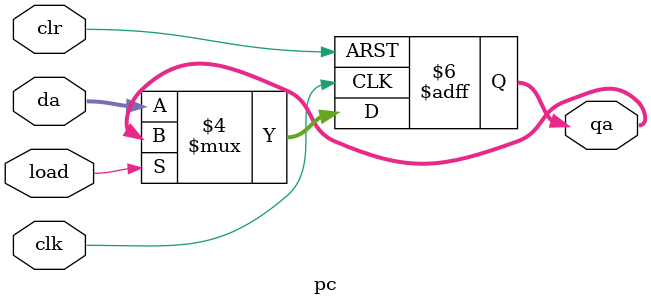
<source format=v>
module pc (input clk, clr, load, input [15:0] da, output reg [15:0] qa);

always@(negedge clr or  posedge clk)
begin
    if(!clr) qa <= 0;
    else if (!load)
       qa <= da;
end

endmodule




</source>
